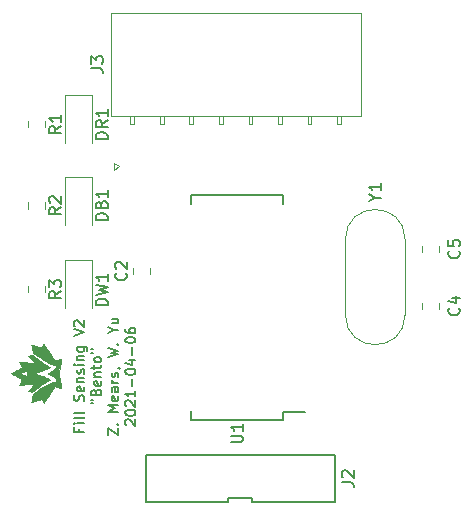
<source format=gto>
G04 #@! TF.GenerationSoftware,KiCad,Pcbnew,(5.1.9)-1*
G04 #@! TF.CreationDate,2021-04-06T12:10:59-06:00*
G04 #@! TF.ProjectId,fill_sensing,66696c6c-5f73-4656-9e73-696e672e6b69,rev?*
G04 #@! TF.SameCoordinates,Original*
G04 #@! TF.FileFunction,Legend,Top*
G04 #@! TF.FilePolarity,Positive*
%FSLAX46Y46*%
G04 Gerber Fmt 4.6, Leading zero omitted, Abs format (unit mm)*
G04 Created by KiCad (PCBNEW (5.1.9)-1) date 2021-04-06 12:10:59*
%MOMM*%
%LPD*%
G01*
G04 APERTURE LIST*
%ADD10C,0.177800*%
%ADD11C,0.120000*%
%ADD12C,0.150000*%
%ADD13C,0.010000*%
G04 APERTURE END LIST*
D10*
X107234085Y-100423904D02*
X107234085Y-100707238D01*
X107679323Y-100707238D02*
X106829323Y-100707238D01*
X106829323Y-100302476D01*
X107679323Y-99978666D02*
X107112657Y-99978666D01*
X106829323Y-99978666D02*
X106869800Y-100019142D01*
X106910276Y-99978666D01*
X106869800Y-99938190D01*
X106829323Y-99978666D01*
X106910276Y-99978666D01*
X107679323Y-99452476D02*
X107638847Y-99533428D01*
X107557895Y-99573904D01*
X106829323Y-99573904D01*
X107679323Y-99007238D02*
X107638847Y-99088190D01*
X107557895Y-99128666D01*
X106829323Y-99128666D01*
X107638847Y-98076285D02*
X107679323Y-97954857D01*
X107679323Y-97752476D01*
X107638847Y-97671523D01*
X107598371Y-97631047D01*
X107517419Y-97590571D01*
X107436466Y-97590571D01*
X107355514Y-97631047D01*
X107315038Y-97671523D01*
X107274561Y-97752476D01*
X107234085Y-97914380D01*
X107193609Y-97995333D01*
X107153133Y-98035809D01*
X107072180Y-98076285D01*
X106991228Y-98076285D01*
X106910276Y-98035809D01*
X106869800Y-97995333D01*
X106829323Y-97914380D01*
X106829323Y-97712000D01*
X106869800Y-97590571D01*
X107638847Y-96902476D02*
X107679323Y-96983428D01*
X107679323Y-97145333D01*
X107638847Y-97226285D01*
X107557895Y-97266761D01*
X107234085Y-97266761D01*
X107153133Y-97226285D01*
X107112657Y-97145333D01*
X107112657Y-96983428D01*
X107153133Y-96902476D01*
X107234085Y-96862000D01*
X107315038Y-96862000D01*
X107395990Y-97266761D01*
X107112657Y-96497714D02*
X107679323Y-96497714D01*
X107193609Y-96497714D02*
X107153133Y-96457238D01*
X107112657Y-96376285D01*
X107112657Y-96254857D01*
X107153133Y-96173904D01*
X107234085Y-96133428D01*
X107679323Y-96133428D01*
X107638847Y-95769142D02*
X107679323Y-95688190D01*
X107679323Y-95526285D01*
X107638847Y-95445333D01*
X107557895Y-95404857D01*
X107517419Y-95404857D01*
X107436466Y-95445333D01*
X107395990Y-95526285D01*
X107395990Y-95647714D01*
X107355514Y-95728666D01*
X107274561Y-95769142D01*
X107234085Y-95769142D01*
X107153133Y-95728666D01*
X107112657Y-95647714D01*
X107112657Y-95526285D01*
X107153133Y-95445333D01*
X107679323Y-95040571D02*
X107112657Y-95040571D01*
X106829323Y-95040571D02*
X106869800Y-95081047D01*
X106910276Y-95040571D01*
X106869800Y-95000095D01*
X106829323Y-95040571D01*
X106910276Y-95040571D01*
X107112657Y-94635809D02*
X107679323Y-94635809D01*
X107193609Y-94635809D02*
X107153133Y-94595333D01*
X107112657Y-94514380D01*
X107112657Y-94392952D01*
X107153133Y-94312000D01*
X107234085Y-94271523D01*
X107679323Y-94271523D01*
X107112657Y-93502476D02*
X107800752Y-93502476D01*
X107881704Y-93542952D01*
X107922180Y-93583428D01*
X107962657Y-93664380D01*
X107962657Y-93785809D01*
X107922180Y-93866761D01*
X107638847Y-93502476D02*
X107679323Y-93583428D01*
X107679323Y-93745333D01*
X107638847Y-93826285D01*
X107598371Y-93866761D01*
X107517419Y-93907238D01*
X107274561Y-93907238D01*
X107193609Y-93866761D01*
X107153133Y-93826285D01*
X107112657Y-93745333D01*
X107112657Y-93583428D01*
X107153133Y-93502476D01*
X106829323Y-92571523D02*
X107679323Y-92288190D01*
X106829323Y-92004857D01*
X106910276Y-91762000D02*
X106869800Y-91721523D01*
X106829323Y-91640571D01*
X106829323Y-91438190D01*
X106869800Y-91357238D01*
X106910276Y-91316761D01*
X106991228Y-91276285D01*
X107072180Y-91276285D01*
X107193609Y-91316761D01*
X107679323Y-91802476D01*
X107679323Y-91276285D01*
X108282123Y-98298904D02*
X108444028Y-98298904D01*
X108282123Y-97975095D02*
X108444028Y-97975095D01*
X108686885Y-97327476D02*
X108727361Y-97206047D01*
X108767838Y-97165571D01*
X108848790Y-97125095D01*
X108970219Y-97125095D01*
X109051171Y-97165571D01*
X109091647Y-97206047D01*
X109132123Y-97287000D01*
X109132123Y-97610809D01*
X108282123Y-97610809D01*
X108282123Y-97327476D01*
X108322600Y-97246523D01*
X108363076Y-97206047D01*
X108444028Y-97165571D01*
X108524980Y-97165571D01*
X108605933Y-97206047D01*
X108646409Y-97246523D01*
X108686885Y-97327476D01*
X108686885Y-97610809D01*
X109091647Y-96437000D02*
X109132123Y-96517952D01*
X109132123Y-96679857D01*
X109091647Y-96760809D01*
X109010695Y-96801285D01*
X108686885Y-96801285D01*
X108605933Y-96760809D01*
X108565457Y-96679857D01*
X108565457Y-96517952D01*
X108605933Y-96437000D01*
X108686885Y-96396523D01*
X108767838Y-96396523D01*
X108848790Y-96801285D01*
X108565457Y-96032238D02*
X109132123Y-96032238D01*
X108646409Y-96032238D02*
X108605933Y-95991761D01*
X108565457Y-95910809D01*
X108565457Y-95789380D01*
X108605933Y-95708428D01*
X108686885Y-95667952D01*
X109132123Y-95667952D01*
X108565457Y-95384619D02*
X108565457Y-95060809D01*
X108282123Y-95263190D02*
X109010695Y-95263190D01*
X109091647Y-95222714D01*
X109132123Y-95141761D01*
X109132123Y-95060809D01*
X109132123Y-94656047D02*
X109091647Y-94737000D01*
X109051171Y-94777476D01*
X108970219Y-94817952D01*
X108727361Y-94817952D01*
X108646409Y-94777476D01*
X108605933Y-94737000D01*
X108565457Y-94656047D01*
X108565457Y-94534619D01*
X108605933Y-94453666D01*
X108646409Y-94413190D01*
X108727361Y-94372714D01*
X108970219Y-94372714D01*
X109051171Y-94413190D01*
X109091647Y-94453666D01*
X109132123Y-94534619D01*
X109132123Y-94656047D01*
X108282123Y-94048904D02*
X108444028Y-94048904D01*
X108282123Y-93725095D02*
X108444028Y-93725095D01*
X109734923Y-100950095D02*
X109734923Y-100383428D01*
X110584923Y-100950095D01*
X110584923Y-100383428D01*
X110503971Y-100059619D02*
X110544447Y-100019142D01*
X110584923Y-100059619D01*
X110544447Y-100100095D01*
X110503971Y-100059619D01*
X110584923Y-100059619D01*
X110584923Y-99007238D02*
X109734923Y-99007238D01*
X110342066Y-98723904D01*
X109734923Y-98440571D01*
X110584923Y-98440571D01*
X110544447Y-97712000D02*
X110584923Y-97792952D01*
X110584923Y-97954857D01*
X110544447Y-98035809D01*
X110463495Y-98076285D01*
X110139685Y-98076285D01*
X110058733Y-98035809D01*
X110018257Y-97954857D01*
X110018257Y-97792952D01*
X110058733Y-97712000D01*
X110139685Y-97671523D01*
X110220638Y-97671523D01*
X110301590Y-98076285D01*
X110584923Y-96942952D02*
X110139685Y-96942952D01*
X110058733Y-96983428D01*
X110018257Y-97064380D01*
X110018257Y-97226285D01*
X110058733Y-97307238D01*
X110544447Y-96942952D02*
X110584923Y-97023904D01*
X110584923Y-97226285D01*
X110544447Y-97307238D01*
X110463495Y-97347714D01*
X110382542Y-97347714D01*
X110301590Y-97307238D01*
X110261114Y-97226285D01*
X110261114Y-97023904D01*
X110220638Y-96942952D01*
X110584923Y-96538190D02*
X110018257Y-96538190D01*
X110180161Y-96538190D02*
X110099209Y-96497714D01*
X110058733Y-96457238D01*
X110018257Y-96376285D01*
X110018257Y-96295333D01*
X110544447Y-96052476D02*
X110584923Y-95971523D01*
X110584923Y-95809619D01*
X110544447Y-95728666D01*
X110463495Y-95688190D01*
X110423019Y-95688190D01*
X110342066Y-95728666D01*
X110301590Y-95809619D01*
X110301590Y-95931047D01*
X110261114Y-96012000D01*
X110180161Y-96052476D01*
X110139685Y-96052476D01*
X110058733Y-96012000D01*
X110018257Y-95931047D01*
X110018257Y-95809619D01*
X110058733Y-95728666D01*
X110544447Y-95283428D02*
X110584923Y-95283428D01*
X110665876Y-95323904D01*
X110706352Y-95364380D01*
X109734923Y-94352476D02*
X110584923Y-94150095D01*
X109977780Y-93988190D01*
X110584923Y-93826285D01*
X109734923Y-93623904D01*
X110503971Y-93300095D02*
X110544447Y-93259619D01*
X110584923Y-93300095D01*
X110544447Y-93340571D01*
X110503971Y-93300095D01*
X110584923Y-93300095D01*
X110180161Y-92085809D02*
X110584923Y-92085809D01*
X109734923Y-92369142D02*
X110180161Y-92085809D01*
X109734923Y-91802476D01*
X110018257Y-91154857D02*
X110584923Y-91154857D01*
X110018257Y-91519142D02*
X110463495Y-91519142D01*
X110544447Y-91478666D01*
X110584923Y-91397714D01*
X110584923Y-91276285D01*
X110544447Y-91195333D01*
X110503971Y-91154857D01*
X111268676Y-100140571D02*
X111228200Y-100100095D01*
X111187723Y-100019142D01*
X111187723Y-99816761D01*
X111228200Y-99735809D01*
X111268676Y-99695333D01*
X111349628Y-99654857D01*
X111430580Y-99654857D01*
X111552009Y-99695333D01*
X112037723Y-100181047D01*
X112037723Y-99654857D01*
X111187723Y-99128666D02*
X111187723Y-99047714D01*
X111228200Y-98966761D01*
X111268676Y-98926285D01*
X111349628Y-98885809D01*
X111511533Y-98845333D01*
X111713914Y-98845333D01*
X111875819Y-98885809D01*
X111956771Y-98926285D01*
X111997247Y-98966761D01*
X112037723Y-99047714D01*
X112037723Y-99128666D01*
X111997247Y-99209619D01*
X111956771Y-99250095D01*
X111875819Y-99290571D01*
X111713914Y-99331047D01*
X111511533Y-99331047D01*
X111349628Y-99290571D01*
X111268676Y-99250095D01*
X111228200Y-99209619D01*
X111187723Y-99128666D01*
X111268676Y-98521523D02*
X111228200Y-98481047D01*
X111187723Y-98400095D01*
X111187723Y-98197714D01*
X111228200Y-98116761D01*
X111268676Y-98076285D01*
X111349628Y-98035809D01*
X111430580Y-98035809D01*
X111552009Y-98076285D01*
X112037723Y-98562000D01*
X112037723Y-98035809D01*
X112037723Y-97226285D02*
X112037723Y-97712000D01*
X112037723Y-97469142D02*
X111187723Y-97469142D01*
X111309152Y-97550095D01*
X111390104Y-97631047D01*
X111430580Y-97712000D01*
X111713914Y-96862000D02*
X111713914Y-96214380D01*
X111187723Y-95647714D02*
X111187723Y-95566761D01*
X111228200Y-95485809D01*
X111268676Y-95445333D01*
X111349628Y-95404857D01*
X111511533Y-95364380D01*
X111713914Y-95364380D01*
X111875819Y-95404857D01*
X111956771Y-95445333D01*
X111997247Y-95485809D01*
X112037723Y-95566761D01*
X112037723Y-95647714D01*
X111997247Y-95728666D01*
X111956771Y-95769142D01*
X111875819Y-95809619D01*
X111713914Y-95850095D01*
X111511533Y-95850095D01*
X111349628Y-95809619D01*
X111268676Y-95769142D01*
X111228200Y-95728666D01*
X111187723Y-95647714D01*
X111471057Y-94635809D02*
X112037723Y-94635809D01*
X111147247Y-94838190D02*
X111754390Y-95040571D01*
X111754390Y-94514380D01*
X111713914Y-94190571D02*
X111713914Y-93542952D01*
X111187723Y-92976285D02*
X111187723Y-92895333D01*
X111228200Y-92814380D01*
X111268676Y-92773904D01*
X111349628Y-92733428D01*
X111511533Y-92692952D01*
X111713914Y-92692952D01*
X111875819Y-92733428D01*
X111956771Y-92773904D01*
X111997247Y-92814380D01*
X112037723Y-92895333D01*
X112037723Y-92976285D01*
X111997247Y-93057238D01*
X111956771Y-93097714D01*
X111875819Y-93138190D01*
X111713914Y-93178666D01*
X111511533Y-93178666D01*
X111349628Y-93138190D01*
X111268676Y-93097714D01*
X111228200Y-93057238D01*
X111187723Y-92976285D01*
X111187723Y-91964380D02*
X111187723Y-92126285D01*
X111228200Y-92207238D01*
X111268676Y-92247714D01*
X111390104Y-92328666D01*
X111552009Y-92369142D01*
X111875819Y-92369142D01*
X111956771Y-92328666D01*
X111997247Y-92288190D01*
X112037723Y-92207238D01*
X112037723Y-92045333D01*
X111997247Y-91964380D01*
X111956771Y-91923904D01*
X111875819Y-91883428D01*
X111673438Y-91883428D01*
X111592485Y-91923904D01*
X111552009Y-91964380D01*
X111511533Y-92045333D01*
X111511533Y-92207238D01*
X111552009Y-92288190D01*
X111592485Y-92328666D01*
X111673438Y-92369142D01*
D11*
X110225736Y-78532000D02*
X110650000Y-78232000D01*
X110225736Y-77932000D02*
X110225736Y-78532000D01*
X110650000Y-78232000D02*
X110225736Y-77932000D01*
X129410000Y-74622000D02*
X129410000Y-73922000D01*
X129110000Y-74622000D02*
X129410000Y-74622000D01*
X129110000Y-73922000D02*
X129110000Y-74622000D01*
X129410000Y-73922000D02*
X129110000Y-73922000D01*
X126910000Y-74622000D02*
X126910000Y-73922000D01*
X126610000Y-74622000D02*
X126910000Y-74622000D01*
X126610000Y-73922000D02*
X126610000Y-74622000D01*
X126910000Y-73922000D02*
X126610000Y-73922000D01*
X124410000Y-74622000D02*
X124410000Y-73922000D01*
X124110000Y-74622000D02*
X124410000Y-74622000D01*
X124110000Y-73922000D02*
X124110000Y-74622000D01*
X124410000Y-73922000D02*
X124110000Y-73922000D01*
X121910000Y-74622000D02*
X121910000Y-73922000D01*
X121610000Y-74622000D02*
X121910000Y-74622000D01*
X121610000Y-73922000D02*
X121610000Y-74622000D01*
X121910000Y-73922000D02*
X121610000Y-73922000D01*
X119410000Y-74622000D02*
X119410000Y-73922000D01*
X119110000Y-74622000D02*
X119410000Y-74622000D01*
X119110000Y-73922000D02*
X119110000Y-74622000D01*
X119410000Y-73922000D02*
X119110000Y-73922000D01*
X116910000Y-74622000D02*
X116910000Y-73922000D01*
X116610000Y-74622000D02*
X116910000Y-74622000D01*
X116610000Y-73922000D02*
X116610000Y-74622000D01*
X116910000Y-73922000D02*
X116610000Y-73922000D01*
X114410000Y-74622000D02*
X114410000Y-73922000D01*
X114110000Y-74622000D02*
X114410000Y-74622000D01*
X114110000Y-73922000D02*
X114110000Y-74622000D01*
X114410000Y-73922000D02*
X114110000Y-73922000D01*
X111910000Y-74622000D02*
X111910000Y-73922000D01*
X111610000Y-74622000D02*
X111910000Y-74622000D01*
X111610000Y-73922000D02*
X111610000Y-74622000D01*
X111910000Y-73922000D02*
X111610000Y-73922000D01*
X109930000Y-65242000D02*
X109930000Y-73922000D01*
X131090000Y-65242000D02*
X109930000Y-65242000D01*
X131090000Y-73922000D02*
X131090000Y-65242000D01*
X109930000Y-73922000D02*
X131090000Y-73922000D01*
D12*
X124525000Y-99045000D02*
X126350000Y-99045000D01*
X124525000Y-80645000D02*
X116775000Y-80645000D01*
X124525000Y-99695000D02*
X116775000Y-99695000D01*
X124525000Y-80645000D02*
X124525000Y-81390000D01*
X116775000Y-80645000D02*
X116775000Y-81390000D01*
X116775000Y-99695000D02*
X116775000Y-98950000D01*
X124525000Y-99695000D02*
X124525000Y-99045000D01*
D11*
X113232000Y-87374252D02*
X113232000Y-86851748D01*
X111812000Y-87374252D02*
X111812000Y-86851748D01*
X108323000Y-83170500D02*
X108323000Y-79110500D01*
X108323000Y-79110500D02*
X106053000Y-79110500D01*
X106053000Y-79110500D02*
X106053000Y-83170500D01*
X106053000Y-72216000D02*
X106053000Y-76276000D01*
X108323000Y-72216000D02*
X106053000Y-72216000D01*
X108323000Y-76276000D02*
X108323000Y-72216000D01*
X106053000Y-86186000D02*
X106053000Y-90246000D01*
X108323000Y-86186000D02*
X106053000Y-86186000D01*
X108323000Y-90246000D02*
X108323000Y-86186000D01*
X104342000Y-74405748D02*
X104342000Y-74928252D01*
X102922000Y-74405748D02*
X102922000Y-74928252D01*
X102922000Y-81281748D02*
X102922000Y-81804252D01*
X104342000Y-81281748D02*
X104342000Y-81804252D01*
X104342000Y-88375748D02*
X104342000Y-88898252D01*
X102922000Y-88375748D02*
X102922000Y-88898252D01*
D12*
X112904000Y-102632000D02*
X112904000Y-106632000D01*
X128904000Y-102632000D02*
X112904000Y-102632000D01*
X128904000Y-106632000D02*
X128904000Y-102632000D01*
X121904000Y-106632000D02*
X128904000Y-106632000D01*
X121904000Y-106332000D02*
X121904000Y-106632000D01*
X119904000Y-106332000D02*
X121904000Y-106332000D01*
X119904000Y-106632000D02*
X119904000Y-106332000D01*
X112904000Y-106632000D02*
X119904000Y-106632000D01*
D11*
X137743000Y-89790748D02*
X137743000Y-90313252D01*
X136323000Y-89790748D02*
X136323000Y-90313252D01*
X137743000Y-85469252D02*
X137743000Y-84946748D01*
X136323000Y-85469252D02*
X136323000Y-84946748D01*
X134859000Y-90803000D02*
X134859000Y-84403000D01*
X129809000Y-90803000D02*
X129809000Y-84403000D01*
X134859000Y-90803000D02*
G75*
G02*
X129809000Y-90803000I-2525000J0D01*
G01*
X134859000Y-84403000D02*
G75*
G03*
X129809000Y-84403000I-2525000J0D01*
G01*
D13*
G36*
X103225970Y-98157303D02*
G01*
X103229400Y-98137967D01*
X103235030Y-98107648D01*
X103242605Y-98067681D01*
X103251871Y-98019401D01*
X103262572Y-97964141D01*
X103274455Y-97903238D01*
X103287263Y-97838024D01*
X103287484Y-97836906D01*
X103303474Y-97756323D01*
X103317182Y-97688525D01*
X103328815Y-97632604D01*
X103338580Y-97587652D01*
X103346683Y-97552761D01*
X103353330Y-97527022D01*
X103358729Y-97509526D01*
X103363085Y-97499367D01*
X103364804Y-97496898D01*
X103378227Y-97484426D01*
X103401656Y-97465274D01*
X103433566Y-97440553D01*
X103472433Y-97411376D01*
X103516732Y-97378856D01*
X103564937Y-97344104D01*
X103615524Y-97308233D01*
X103666969Y-97272356D01*
X103717745Y-97237585D01*
X103750234Y-97215727D01*
X103909334Y-97112458D01*
X104073776Y-97011281D01*
X104241429Y-96913346D01*
X104410163Y-96819801D01*
X104577847Y-96731798D01*
X104742352Y-96650487D01*
X104901546Y-96577016D01*
X105051617Y-96513218D01*
X105092630Y-96497134D01*
X105139438Y-96479650D01*
X105189618Y-96461589D01*
X105240749Y-96443770D01*
X105290409Y-96427013D01*
X105336176Y-96412140D01*
X105375629Y-96399970D01*
X105406346Y-96391324D01*
X105422372Y-96387611D01*
X105439015Y-96383353D01*
X105447845Y-96378880D01*
X105448274Y-96377923D01*
X105443234Y-96371246D01*
X105429142Y-96356928D01*
X105407541Y-96336354D01*
X105379973Y-96310912D01*
X105347981Y-96281984D01*
X105313108Y-96250958D01*
X105276897Y-96219218D01*
X105240889Y-96188149D01*
X105206628Y-96159136D01*
X105181040Y-96137951D01*
X105099140Y-96073069D01*
X105018123Y-96013320D01*
X104934812Y-95956583D01*
X104846035Y-95900732D01*
X104748615Y-95843646D01*
X104701471Y-95817188D01*
X104666757Y-95797487D01*
X104637166Y-95779834D01*
X104614505Y-95765380D01*
X104600579Y-95755272D01*
X104597088Y-95750741D01*
X104605146Y-95745474D01*
X104622848Y-95735157D01*
X104647556Y-95721295D01*
X104675836Y-95705822D01*
X104811716Y-95628911D01*
X104936810Y-95550753D01*
X105054225Y-95469290D01*
X105167070Y-95382463D01*
X105180357Y-95371663D01*
X105212211Y-95345219D01*
X105247040Y-95315616D01*
X105283306Y-95284233D01*
X105319468Y-95252455D01*
X105353989Y-95221661D01*
X105385329Y-95193234D01*
X105411948Y-95168555D01*
X105432309Y-95149008D01*
X105444872Y-95135972D01*
X105448274Y-95131117D01*
X105442181Y-95126871D01*
X105427069Y-95122390D01*
X105422372Y-95121429D01*
X105399926Y-95116014D01*
X105366900Y-95106451D01*
X105325717Y-95093560D01*
X105278799Y-95078162D01*
X105228567Y-95061076D01*
X105177443Y-95043124D01*
X105127849Y-95025127D01*
X105082206Y-95007903D01*
X105051617Y-94995822D01*
X104902701Y-94932508D01*
X104746261Y-94860341D01*
X104584442Y-94780482D01*
X104419390Y-94694088D01*
X104253251Y-94602317D01*
X104088171Y-94506328D01*
X103926296Y-94407278D01*
X103769772Y-94306325D01*
X103751251Y-94294005D01*
X103701822Y-94260622D01*
X103650694Y-94225389D01*
X103599389Y-94189415D01*
X103549430Y-94153812D01*
X103502339Y-94119688D01*
X103459639Y-94088155D01*
X103422854Y-94060322D01*
X103393504Y-94037300D01*
X103373114Y-94020198D01*
X103365079Y-94012447D01*
X103361111Y-94005094D01*
X103356066Y-93990209D01*
X103349752Y-93966943D01*
X103341977Y-93934448D01*
X103332547Y-93891876D01*
X103321271Y-93838376D01*
X103307955Y-93773102D01*
X103292407Y-93695205D01*
X103287908Y-93672439D01*
X103275064Y-93607134D01*
X103263137Y-93546116D01*
X103252382Y-93490719D01*
X103243055Y-93442276D01*
X103235412Y-93402122D01*
X103229708Y-93371591D01*
X103226198Y-93352015D01*
X103225137Y-93344729D01*
X103225143Y-93344718D01*
X103231843Y-93346129D01*
X103250646Y-93350643D01*
X103280171Y-93357908D01*
X103319039Y-93367576D01*
X103365869Y-93379296D01*
X103419282Y-93392718D01*
X103477897Y-93407491D01*
X103540334Y-93423267D01*
X103605214Y-93439693D01*
X103671155Y-93456421D01*
X103736779Y-93473101D01*
X103800704Y-93489381D01*
X103861551Y-93504913D01*
X103917940Y-93519345D01*
X103968491Y-93532328D01*
X104011823Y-93543512D01*
X104046557Y-93552546D01*
X104071312Y-93559080D01*
X104084708Y-93562765D01*
X104085241Y-93562924D01*
X104090541Y-93561235D01*
X104098598Y-93552932D01*
X104110116Y-93536941D01*
X104125804Y-93512185D01*
X104146366Y-93477587D01*
X104172511Y-93432071D01*
X104181317Y-93416535D01*
X104204840Y-93375305D01*
X104226285Y-93338416D01*
X104244666Y-93307506D01*
X104258997Y-93284214D01*
X104268294Y-93270179D01*
X104271400Y-93266712D01*
X104275811Y-93272425D01*
X104287347Y-93289091D01*
X104305538Y-93315997D01*
X104329913Y-93352433D01*
X104360004Y-93397688D01*
X104395340Y-93451050D01*
X104435452Y-93511808D01*
X104479870Y-93579251D01*
X104528125Y-93652668D01*
X104579746Y-93731347D01*
X104634264Y-93814577D01*
X104691210Y-93901648D01*
X104735515Y-93969481D01*
X104794002Y-94058991D01*
X104850441Y-94145200D01*
X104904360Y-94227395D01*
X104955288Y-94304864D01*
X105002752Y-94376897D01*
X105046282Y-94442782D01*
X105085407Y-94501806D01*
X105119654Y-94553259D01*
X105148551Y-94596428D01*
X105171629Y-94630602D01*
X105188414Y-94655070D01*
X105198436Y-94669119D01*
X105201233Y-94672391D01*
X105209185Y-94670383D01*
X105228948Y-94664595D01*
X105259073Y-94655473D01*
X105298109Y-94643463D01*
X105344609Y-94629013D01*
X105397123Y-94612570D01*
X105454200Y-94594579D01*
X105474667Y-94588101D01*
X105532842Y-94569813D01*
X105586858Y-94553109D01*
X105635284Y-94538412D01*
X105676691Y-94526142D01*
X105709649Y-94516721D01*
X105732726Y-94510572D01*
X105744494Y-94508115D01*
X105745681Y-94508210D01*
X105745537Y-94515634D01*
X105743817Y-94535889D01*
X105740631Y-94567988D01*
X105736090Y-94610948D01*
X105730305Y-94663783D01*
X105723385Y-94725509D01*
X105715441Y-94795139D01*
X105706584Y-94871691D01*
X105696924Y-94954177D01*
X105686571Y-95041614D01*
X105675637Y-95133017D01*
X105675562Y-95133635D01*
X105600904Y-95754520D01*
X105674206Y-96362682D01*
X105685127Y-96453479D01*
X105695557Y-96540541D01*
X105705374Y-96622846D01*
X105714460Y-96699372D01*
X105722694Y-96769098D01*
X105729956Y-96831003D01*
X105736126Y-96884065D01*
X105741085Y-96927262D01*
X105744712Y-96959573D01*
X105746888Y-96979976D01*
X105747507Y-96987244D01*
X105745419Y-96999843D01*
X105741732Y-97003644D01*
X105734038Y-97001606D01*
X105714534Y-96995792D01*
X105684669Y-96986652D01*
X105645894Y-96974636D01*
X105599658Y-96960194D01*
X105547412Y-96943777D01*
X105490605Y-96925833D01*
X105472631Y-96920137D01*
X105414644Y-96901807D01*
X105360704Y-96884871D01*
X105312273Y-96869779D01*
X105270814Y-96856982D01*
X105237788Y-96846930D01*
X105214658Y-96840074D01*
X105202887Y-96836865D01*
X105201790Y-96836680D01*
X105197101Y-96842401D01*
X105185295Y-96859077D01*
X105166844Y-96885996D01*
X105142220Y-96922447D01*
X105111894Y-96967717D01*
X105076340Y-97021097D01*
X105036028Y-97081873D01*
X104991433Y-97149335D01*
X104943025Y-97222771D01*
X104891276Y-97301470D01*
X104836660Y-97384719D01*
X104779648Y-97471808D01*
X104735395Y-97539529D01*
X104676918Y-97629025D01*
X104620516Y-97715219D01*
X104566658Y-97797398D01*
X104515814Y-97874852D01*
X104468454Y-97946870D01*
X104425047Y-98012741D01*
X104386064Y-98071754D01*
X104351972Y-98123197D01*
X104323244Y-98166359D01*
X104300346Y-98200529D01*
X104283751Y-98224997D01*
X104273926Y-98239050D01*
X104271280Y-98242328D01*
X104266556Y-98236524D01*
X104256037Y-98220203D01*
X104240707Y-98195005D01*
X104221550Y-98162568D01*
X104199549Y-98124532D01*
X104181317Y-98092506D01*
X104153406Y-98043592D01*
X104131284Y-98005911D01*
X104114243Y-97978387D01*
X104101578Y-97959943D01*
X104092582Y-97949503D01*
X104086548Y-97945990D01*
X104085241Y-97946116D01*
X104072724Y-97949584D01*
X104048746Y-97955926D01*
X104014687Y-97964793D01*
X103971928Y-97975835D01*
X103921849Y-97988701D01*
X103865829Y-98003041D01*
X103805250Y-98018505D01*
X103741492Y-98034744D01*
X103675934Y-98051407D01*
X103609957Y-98068143D01*
X103544941Y-98084604D01*
X103482267Y-98100438D01*
X103423314Y-98115295D01*
X103369463Y-98128827D01*
X103322094Y-98140681D01*
X103282588Y-98150509D01*
X103252324Y-98157960D01*
X103232682Y-98162685D01*
X103225044Y-98164332D01*
X103224994Y-98164323D01*
X103225970Y-98157303D01*
G37*
X103225970Y-98157303D02*
X103229400Y-98137967D01*
X103235030Y-98107648D01*
X103242605Y-98067681D01*
X103251871Y-98019401D01*
X103262572Y-97964141D01*
X103274455Y-97903238D01*
X103287263Y-97838024D01*
X103287484Y-97836906D01*
X103303474Y-97756323D01*
X103317182Y-97688525D01*
X103328815Y-97632604D01*
X103338580Y-97587652D01*
X103346683Y-97552761D01*
X103353330Y-97527022D01*
X103358729Y-97509526D01*
X103363085Y-97499367D01*
X103364804Y-97496898D01*
X103378227Y-97484426D01*
X103401656Y-97465274D01*
X103433566Y-97440553D01*
X103472433Y-97411376D01*
X103516732Y-97378856D01*
X103564937Y-97344104D01*
X103615524Y-97308233D01*
X103666969Y-97272356D01*
X103717745Y-97237585D01*
X103750234Y-97215727D01*
X103909334Y-97112458D01*
X104073776Y-97011281D01*
X104241429Y-96913346D01*
X104410163Y-96819801D01*
X104577847Y-96731798D01*
X104742352Y-96650487D01*
X104901546Y-96577016D01*
X105051617Y-96513218D01*
X105092630Y-96497134D01*
X105139438Y-96479650D01*
X105189618Y-96461589D01*
X105240749Y-96443770D01*
X105290409Y-96427013D01*
X105336176Y-96412140D01*
X105375629Y-96399970D01*
X105406346Y-96391324D01*
X105422372Y-96387611D01*
X105439015Y-96383353D01*
X105447845Y-96378880D01*
X105448274Y-96377923D01*
X105443234Y-96371246D01*
X105429142Y-96356928D01*
X105407541Y-96336354D01*
X105379973Y-96310912D01*
X105347981Y-96281984D01*
X105313108Y-96250958D01*
X105276897Y-96219218D01*
X105240889Y-96188149D01*
X105206628Y-96159136D01*
X105181040Y-96137951D01*
X105099140Y-96073069D01*
X105018123Y-96013320D01*
X104934812Y-95956583D01*
X104846035Y-95900732D01*
X104748615Y-95843646D01*
X104701471Y-95817188D01*
X104666757Y-95797487D01*
X104637166Y-95779834D01*
X104614505Y-95765380D01*
X104600579Y-95755272D01*
X104597088Y-95750741D01*
X104605146Y-95745474D01*
X104622848Y-95735157D01*
X104647556Y-95721295D01*
X104675836Y-95705822D01*
X104811716Y-95628911D01*
X104936810Y-95550753D01*
X105054225Y-95469290D01*
X105167070Y-95382463D01*
X105180357Y-95371663D01*
X105212211Y-95345219D01*
X105247040Y-95315616D01*
X105283306Y-95284233D01*
X105319468Y-95252455D01*
X105353989Y-95221661D01*
X105385329Y-95193234D01*
X105411948Y-95168555D01*
X105432309Y-95149008D01*
X105444872Y-95135972D01*
X105448274Y-95131117D01*
X105442181Y-95126871D01*
X105427069Y-95122390D01*
X105422372Y-95121429D01*
X105399926Y-95116014D01*
X105366900Y-95106451D01*
X105325717Y-95093560D01*
X105278799Y-95078162D01*
X105228567Y-95061076D01*
X105177443Y-95043124D01*
X105127849Y-95025127D01*
X105082206Y-95007903D01*
X105051617Y-94995822D01*
X104902701Y-94932508D01*
X104746261Y-94860341D01*
X104584442Y-94780482D01*
X104419390Y-94694088D01*
X104253251Y-94602317D01*
X104088171Y-94506328D01*
X103926296Y-94407278D01*
X103769772Y-94306325D01*
X103751251Y-94294005D01*
X103701822Y-94260622D01*
X103650694Y-94225389D01*
X103599389Y-94189415D01*
X103549430Y-94153812D01*
X103502339Y-94119688D01*
X103459639Y-94088155D01*
X103422854Y-94060322D01*
X103393504Y-94037300D01*
X103373114Y-94020198D01*
X103365079Y-94012447D01*
X103361111Y-94005094D01*
X103356066Y-93990209D01*
X103349752Y-93966943D01*
X103341977Y-93934448D01*
X103332547Y-93891876D01*
X103321271Y-93838376D01*
X103307955Y-93773102D01*
X103292407Y-93695205D01*
X103287908Y-93672439D01*
X103275064Y-93607134D01*
X103263137Y-93546116D01*
X103252382Y-93490719D01*
X103243055Y-93442276D01*
X103235412Y-93402122D01*
X103229708Y-93371591D01*
X103226198Y-93352015D01*
X103225137Y-93344729D01*
X103225143Y-93344718D01*
X103231843Y-93346129D01*
X103250646Y-93350643D01*
X103280171Y-93357908D01*
X103319039Y-93367576D01*
X103365869Y-93379296D01*
X103419282Y-93392718D01*
X103477897Y-93407491D01*
X103540334Y-93423267D01*
X103605214Y-93439693D01*
X103671155Y-93456421D01*
X103736779Y-93473101D01*
X103800704Y-93489381D01*
X103861551Y-93504913D01*
X103917940Y-93519345D01*
X103968491Y-93532328D01*
X104011823Y-93543512D01*
X104046557Y-93552546D01*
X104071312Y-93559080D01*
X104084708Y-93562765D01*
X104085241Y-93562924D01*
X104090541Y-93561235D01*
X104098598Y-93552932D01*
X104110116Y-93536941D01*
X104125804Y-93512185D01*
X104146366Y-93477587D01*
X104172511Y-93432071D01*
X104181317Y-93416535D01*
X104204840Y-93375305D01*
X104226285Y-93338416D01*
X104244666Y-93307506D01*
X104258997Y-93284214D01*
X104268294Y-93270179D01*
X104271400Y-93266712D01*
X104275811Y-93272425D01*
X104287347Y-93289091D01*
X104305538Y-93315997D01*
X104329913Y-93352433D01*
X104360004Y-93397688D01*
X104395340Y-93451050D01*
X104435452Y-93511808D01*
X104479870Y-93579251D01*
X104528125Y-93652668D01*
X104579746Y-93731347D01*
X104634264Y-93814577D01*
X104691210Y-93901648D01*
X104735515Y-93969481D01*
X104794002Y-94058991D01*
X104850441Y-94145200D01*
X104904360Y-94227395D01*
X104955288Y-94304864D01*
X105002752Y-94376897D01*
X105046282Y-94442782D01*
X105085407Y-94501806D01*
X105119654Y-94553259D01*
X105148551Y-94596428D01*
X105171629Y-94630602D01*
X105188414Y-94655070D01*
X105198436Y-94669119D01*
X105201233Y-94672391D01*
X105209185Y-94670383D01*
X105228948Y-94664595D01*
X105259073Y-94655473D01*
X105298109Y-94643463D01*
X105344609Y-94629013D01*
X105397123Y-94612570D01*
X105454200Y-94594579D01*
X105474667Y-94588101D01*
X105532842Y-94569813D01*
X105586858Y-94553109D01*
X105635284Y-94538412D01*
X105676691Y-94526142D01*
X105709649Y-94516721D01*
X105732726Y-94510572D01*
X105744494Y-94508115D01*
X105745681Y-94508210D01*
X105745537Y-94515634D01*
X105743817Y-94535889D01*
X105740631Y-94567988D01*
X105736090Y-94610948D01*
X105730305Y-94663783D01*
X105723385Y-94725509D01*
X105715441Y-94795139D01*
X105706584Y-94871691D01*
X105696924Y-94954177D01*
X105686571Y-95041614D01*
X105675637Y-95133017D01*
X105675562Y-95133635D01*
X105600904Y-95754520D01*
X105674206Y-96362682D01*
X105685127Y-96453479D01*
X105695557Y-96540541D01*
X105705374Y-96622846D01*
X105714460Y-96699372D01*
X105722694Y-96769098D01*
X105729956Y-96831003D01*
X105736126Y-96884065D01*
X105741085Y-96927262D01*
X105744712Y-96959573D01*
X105746888Y-96979976D01*
X105747507Y-96987244D01*
X105745419Y-96999843D01*
X105741732Y-97003644D01*
X105734038Y-97001606D01*
X105714534Y-96995792D01*
X105684669Y-96986652D01*
X105645894Y-96974636D01*
X105599658Y-96960194D01*
X105547412Y-96943777D01*
X105490605Y-96925833D01*
X105472631Y-96920137D01*
X105414644Y-96901807D01*
X105360704Y-96884871D01*
X105312273Y-96869779D01*
X105270814Y-96856982D01*
X105237788Y-96846930D01*
X105214658Y-96840074D01*
X105202887Y-96836865D01*
X105201790Y-96836680D01*
X105197101Y-96842401D01*
X105185295Y-96859077D01*
X105166844Y-96885996D01*
X105142220Y-96922447D01*
X105111894Y-96967717D01*
X105076340Y-97021097D01*
X105036028Y-97081873D01*
X104991433Y-97149335D01*
X104943025Y-97222771D01*
X104891276Y-97301470D01*
X104836660Y-97384719D01*
X104779648Y-97471808D01*
X104735395Y-97539529D01*
X104676918Y-97629025D01*
X104620516Y-97715219D01*
X104566658Y-97797398D01*
X104515814Y-97874852D01*
X104468454Y-97946870D01*
X104425047Y-98012741D01*
X104386064Y-98071754D01*
X104351972Y-98123197D01*
X104323244Y-98166359D01*
X104300346Y-98200529D01*
X104283751Y-98224997D01*
X104273926Y-98239050D01*
X104271280Y-98242328D01*
X104266556Y-98236524D01*
X104256037Y-98220203D01*
X104240707Y-98195005D01*
X104221550Y-98162568D01*
X104199549Y-98124532D01*
X104181317Y-98092506D01*
X104153406Y-98043592D01*
X104131284Y-98005911D01*
X104114243Y-97978387D01*
X104101578Y-97959943D01*
X104092582Y-97949503D01*
X104086548Y-97945990D01*
X104085241Y-97946116D01*
X104072724Y-97949584D01*
X104048746Y-97955926D01*
X104014687Y-97964793D01*
X103971928Y-97975835D01*
X103921849Y-97988701D01*
X103865829Y-98003041D01*
X103805250Y-98018505D01*
X103741492Y-98034744D01*
X103675934Y-98051407D01*
X103609957Y-98068143D01*
X103544941Y-98084604D01*
X103482267Y-98100438D01*
X103423314Y-98115295D01*
X103369463Y-98128827D01*
X103322094Y-98140681D01*
X103282588Y-98150509D01*
X103252324Y-98157960D01*
X103232682Y-98162685D01*
X103225044Y-98164332D01*
X103224994Y-98164323D01*
X103225970Y-98157303D01*
G36*
X101529905Y-95750086D02*
G01*
X101547069Y-95739484D01*
X101574494Y-95723267D01*
X101611215Y-95701983D01*
X101656269Y-95676183D01*
X101708690Y-95646417D01*
X101767515Y-95613235D01*
X101831778Y-95577187D01*
X101900517Y-95538824D01*
X101960394Y-95505553D01*
X102032367Y-95465631D01*
X102100895Y-95427602D01*
X102164988Y-95392017D01*
X102223656Y-95359426D01*
X102275908Y-95330381D01*
X102320755Y-95305431D01*
X102357205Y-95285127D01*
X102384270Y-95270020D01*
X102400958Y-95260661D01*
X102406197Y-95257666D01*
X102407601Y-95253443D01*
X102405950Y-95243590D01*
X102400851Y-95227087D01*
X102391909Y-95202910D01*
X102378728Y-95170038D01*
X102360916Y-95127449D01*
X102338076Y-95074120D01*
X102313385Y-95017217D01*
X102290260Y-94963771D01*
X102269198Y-94914367D01*
X102250790Y-94870445D01*
X102235625Y-94833443D01*
X102224293Y-94804801D01*
X102217382Y-94785957D01*
X102215482Y-94778349D01*
X102215517Y-94778300D01*
X102222923Y-94778320D01*
X102243208Y-94779605D01*
X102275399Y-94782070D01*
X102318522Y-94785629D01*
X102371605Y-94790195D01*
X102433673Y-94795682D01*
X102503755Y-94802005D01*
X102580876Y-94809076D01*
X102664064Y-94816810D01*
X102752345Y-94825120D01*
X102844747Y-94833920D01*
X102860113Y-94835394D01*
X102953058Y-94844279D01*
X103042014Y-94852718D01*
X103126010Y-94860621D01*
X103204077Y-94867901D01*
X103275244Y-94874468D01*
X103338541Y-94880236D01*
X103392998Y-94885115D01*
X103437643Y-94889017D01*
X103471507Y-94891854D01*
X103493619Y-94893538D01*
X103503010Y-94893980D01*
X103503269Y-94893927D01*
X103499311Y-94888348D01*
X103486887Y-94873312D01*
X103466803Y-94849743D01*
X103439863Y-94818566D01*
X103406873Y-94780704D01*
X103368636Y-94737082D01*
X103325959Y-94688624D01*
X103279646Y-94636255D01*
X103238540Y-94589939D01*
X103189694Y-94534892D01*
X103143723Y-94482900D01*
X103101445Y-94434900D01*
X103063676Y-94391826D01*
X103031233Y-94354615D01*
X103004931Y-94324203D01*
X102985587Y-94301525D01*
X102974018Y-94287518D01*
X102970905Y-94283147D01*
X102972463Y-94281022D01*
X102977908Y-94277758D01*
X102988398Y-94272901D01*
X103005089Y-94265999D01*
X103029138Y-94256599D01*
X103061702Y-94244249D01*
X103103939Y-94228497D01*
X103157004Y-94208889D01*
X103218583Y-94186247D01*
X103274892Y-94165573D01*
X103343302Y-94224874D01*
X103433806Y-94301384D01*
X103532895Y-94381633D01*
X103638960Y-94464496D01*
X103750391Y-94548847D01*
X103865578Y-94633560D01*
X103982911Y-94717510D01*
X104100779Y-94799571D01*
X104217573Y-94878618D01*
X104331683Y-94953524D01*
X104441499Y-95023164D01*
X104545410Y-95086413D01*
X104641807Y-95142144D01*
X104703437Y-95175808D01*
X104774623Y-95213599D01*
X104741258Y-95236555D01*
X104672895Y-95280316D01*
X104593222Y-95325661D01*
X104504587Y-95371500D01*
X104409337Y-95416743D01*
X104309821Y-95460298D01*
X104208387Y-95501075D01*
X104107383Y-95537984D01*
X104053014Y-95556192D01*
X103945980Y-95589025D01*
X103828397Y-95621889D01*
X103703606Y-95653955D01*
X103574948Y-95684395D01*
X103445766Y-95712381D01*
X103335197Y-95734154D01*
X103229764Y-95753871D01*
X103408266Y-95789696D01*
X103594152Y-95829287D01*
X103767290Y-95870993D01*
X103928738Y-95915190D01*
X104079556Y-95962253D01*
X104220803Y-96012557D01*
X104353539Y-96066478D01*
X104478822Y-96124391D01*
X104597714Y-96186670D01*
X104701689Y-96247731D01*
X104728104Y-96264356D01*
X104749856Y-96278568D01*
X104764356Y-96288643D01*
X104768989Y-96292554D01*
X104764639Y-96297719D01*
X104750340Y-96307334D01*
X104728659Y-96319763D01*
X104714849Y-96327037D01*
X104639484Y-96367485D01*
X104555061Y-96416109D01*
X104462995Y-96471921D01*
X104364702Y-96533934D01*
X104261597Y-96601159D01*
X104155097Y-96672609D01*
X104046616Y-96747296D01*
X103937572Y-96824231D01*
X103829379Y-96902426D01*
X103723454Y-96980894D01*
X103621213Y-97058647D01*
X103524070Y-97134696D01*
X103433442Y-97208053D01*
X103350745Y-97277731D01*
X103343302Y-97284167D01*
X103274892Y-97343467D01*
X103218583Y-97322794D01*
X103154136Y-97299096D01*
X103101618Y-97279684D01*
X103059874Y-97264108D01*
X103027748Y-97251915D01*
X103004082Y-97242653D01*
X102987722Y-97235870D01*
X102977510Y-97231114D01*
X102972291Y-97227933D01*
X102970905Y-97225968D01*
X102975401Y-97219878D01*
X102988345Y-97204336D01*
X103008921Y-97180280D01*
X103036313Y-97148645D01*
X103069706Y-97110366D01*
X103108283Y-97066380D01*
X103151228Y-97017622D01*
X103197726Y-96965029D01*
X103238462Y-96919099D01*
X103287191Y-96864136D01*
X103332962Y-96812313D01*
X103374973Y-96764554D01*
X103412418Y-96721782D01*
X103444492Y-96684922D01*
X103470390Y-96654898D01*
X103489309Y-96632634D01*
X103500444Y-96619055D01*
X103503192Y-96615036D01*
X103496009Y-96615275D01*
X103475944Y-96616770D01*
X103443966Y-96619433D01*
X103401047Y-96623175D01*
X103348155Y-96627907D01*
X103286261Y-96633541D01*
X103216336Y-96639989D01*
X103139350Y-96647162D01*
X103056272Y-96654973D01*
X102968073Y-96663331D01*
X102956759Y-96664411D01*
X102956759Y-96007380D01*
X102957501Y-96004837D01*
X102949970Y-95994612D01*
X102935764Y-95978832D01*
X102933806Y-95976790D01*
X102913313Y-95952172D01*
X102892308Y-95921582D01*
X102876429Y-95893698D01*
X102852844Y-95831588D01*
X102842774Y-95768539D01*
X102846010Y-95705927D01*
X102862343Y-95645128D01*
X102891563Y-95587519D01*
X102930553Y-95537548D01*
X102946419Y-95519738D01*
X102956124Y-95507096D01*
X102958124Y-95501708D01*
X102956987Y-95501819D01*
X102948617Y-95504503D01*
X102928151Y-95510953D01*
X102896781Y-95520796D01*
X102855698Y-95533659D01*
X102806096Y-95549170D01*
X102749164Y-95566956D01*
X102686097Y-95586643D01*
X102618085Y-95607860D01*
X102549891Y-95629120D01*
X102478600Y-95651353D01*
X102411371Y-95672342D01*
X102349361Y-95691727D01*
X102293728Y-95709143D01*
X102245628Y-95724229D01*
X102206219Y-95736620D01*
X102176658Y-95745954D01*
X102158103Y-95751869D01*
X102151712Y-95753996D01*
X102157888Y-95756230D01*
X102176210Y-95762235D01*
X102205536Y-95771648D01*
X102244722Y-95784109D01*
X102292624Y-95799255D01*
X102348100Y-95816726D01*
X102410005Y-95836159D01*
X102477196Y-95857193D01*
X102548370Y-95879417D01*
X102620109Y-95901799D01*
X102688032Y-95923009D01*
X102750951Y-95942676D01*
X102807677Y-95960427D01*
X102857021Y-95975888D01*
X102897795Y-95988689D01*
X102928811Y-95998456D01*
X102948879Y-96004817D01*
X102956759Y-96007380D01*
X102956759Y-96664411D01*
X102875724Y-96672150D01*
X102860113Y-96673647D01*
X102767131Y-96682518D01*
X102678110Y-96690912D01*
X102594023Y-96698743D01*
X102515843Y-96705924D01*
X102444543Y-96712369D01*
X102381098Y-96717992D01*
X102326479Y-96722707D01*
X102281661Y-96726428D01*
X102247617Y-96729069D01*
X102225320Y-96730543D01*
X102215742Y-96730765D01*
X102215454Y-96730677D01*
X102217128Y-96723514D01*
X102223832Y-96705062D01*
X102234974Y-96676764D01*
X102249966Y-96640062D01*
X102268218Y-96596401D01*
X102289139Y-96547225D01*
X102312139Y-96493976D01*
X102312618Y-96492875D01*
X102335770Y-96439614D01*
X102357069Y-96390494D01*
X102375899Y-96346947D01*
X102391642Y-96310404D01*
X102403683Y-96282295D01*
X102411405Y-96264051D01*
X102414191Y-96257105D01*
X102414192Y-96257091D01*
X102408261Y-96253415D01*
X102391103Y-96243540D01*
X102363672Y-96227998D01*
X102326922Y-96207323D01*
X102281806Y-96182048D01*
X102229279Y-96152707D01*
X102170293Y-96119833D01*
X102105804Y-96083960D01*
X102036763Y-96045622D01*
X101969066Y-96008089D01*
X101896606Y-95967851D01*
X101827811Y-95929468D01*
X101763636Y-95893484D01*
X101705036Y-95860442D01*
X101652967Y-95830887D01*
X101608382Y-95805362D01*
X101572238Y-95784413D01*
X101545489Y-95768582D01*
X101529091Y-95758415D01*
X101523967Y-95754520D01*
X101529905Y-95750086D01*
G37*
X101529905Y-95750086D02*
X101547069Y-95739484D01*
X101574494Y-95723267D01*
X101611215Y-95701983D01*
X101656269Y-95676183D01*
X101708690Y-95646417D01*
X101767515Y-95613235D01*
X101831778Y-95577187D01*
X101900517Y-95538824D01*
X101960394Y-95505553D01*
X102032367Y-95465631D01*
X102100895Y-95427602D01*
X102164988Y-95392017D01*
X102223656Y-95359426D01*
X102275908Y-95330381D01*
X102320755Y-95305431D01*
X102357205Y-95285127D01*
X102384270Y-95270020D01*
X102400958Y-95260661D01*
X102406197Y-95257666D01*
X102407601Y-95253443D01*
X102405950Y-95243590D01*
X102400851Y-95227087D01*
X102391909Y-95202910D01*
X102378728Y-95170038D01*
X102360916Y-95127449D01*
X102338076Y-95074120D01*
X102313385Y-95017217D01*
X102290260Y-94963771D01*
X102269198Y-94914367D01*
X102250790Y-94870445D01*
X102235625Y-94833443D01*
X102224293Y-94804801D01*
X102217382Y-94785957D01*
X102215482Y-94778349D01*
X102215517Y-94778300D01*
X102222923Y-94778320D01*
X102243208Y-94779605D01*
X102275399Y-94782070D01*
X102318522Y-94785629D01*
X102371605Y-94790195D01*
X102433673Y-94795682D01*
X102503755Y-94802005D01*
X102580876Y-94809076D01*
X102664064Y-94816810D01*
X102752345Y-94825120D01*
X102844747Y-94833920D01*
X102860113Y-94835394D01*
X102953058Y-94844279D01*
X103042014Y-94852718D01*
X103126010Y-94860621D01*
X103204077Y-94867901D01*
X103275244Y-94874468D01*
X103338541Y-94880236D01*
X103392998Y-94885115D01*
X103437643Y-94889017D01*
X103471507Y-94891854D01*
X103493619Y-94893538D01*
X103503010Y-94893980D01*
X103503269Y-94893927D01*
X103499311Y-94888348D01*
X103486887Y-94873312D01*
X103466803Y-94849743D01*
X103439863Y-94818566D01*
X103406873Y-94780704D01*
X103368636Y-94737082D01*
X103325959Y-94688624D01*
X103279646Y-94636255D01*
X103238540Y-94589939D01*
X103189694Y-94534892D01*
X103143723Y-94482900D01*
X103101445Y-94434900D01*
X103063676Y-94391826D01*
X103031233Y-94354615D01*
X103004931Y-94324203D01*
X102985587Y-94301525D01*
X102974018Y-94287518D01*
X102970905Y-94283147D01*
X102972463Y-94281022D01*
X102977908Y-94277758D01*
X102988398Y-94272901D01*
X103005089Y-94265999D01*
X103029138Y-94256599D01*
X103061702Y-94244249D01*
X103103939Y-94228497D01*
X103157004Y-94208889D01*
X103218583Y-94186247D01*
X103274892Y-94165573D01*
X103343302Y-94224874D01*
X103433806Y-94301384D01*
X103532895Y-94381633D01*
X103638960Y-94464496D01*
X103750391Y-94548847D01*
X103865578Y-94633560D01*
X103982911Y-94717510D01*
X104100779Y-94799571D01*
X104217573Y-94878618D01*
X104331683Y-94953524D01*
X104441499Y-95023164D01*
X104545410Y-95086413D01*
X104641807Y-95142144D01*
X104703437Y-95175808D01*
X104774623Y-95213599D01*
X104741258Y-95236555D01*
X104672895Y-95280316D01*
X104593222Y-95325661D01*
X104504587Y-95371500D01*
X104409337Y-95416743D01*
X104309821Y-95460298D01*
X104208387Y-95501075D01*
X104107383Y-95537984D01*
X104053014Y-95556192D01*
X103945980Y-95589025D01*
X103828397Y-95621889D01*
X103703606Y-95653955D01*
X103574948Y-95684395D01*
X103445766Y-95712381D01*
X103335197Y-95734154D01*
X103229764Y-95753871D01*
X103408266Y-95789696D01*
X103594152Y-95829287D01*
X103767290Y-95870993D01*
X103928738Y-95915190D01*
X104079556Y-95962253D01*
X104220803Y-96012557D01*
X104353539Y-96066478D01*
X104478822Y-96124391D01*
X104597714Y-96186670D01*
X104701689Y-96247731D01*
X104728104Y-96264356D01*
X104749856Y-96278568D01*
X104764356Y-96288643D01*
X104768989Y-96292554D01*
X104764639Y-96297719D01*
X104750340Y-96307334D01*
X104728659Y-96319763D01*
X104714849Y-96327037D01*
X104639484Y-96367485D01*
X104555061Y-96416109D01*
X104462995Y-96471921D01*
X104364702Y-96533934D01*
X104261597Y-96601159D01*
X104155097Y-96672609D01*
X104046616Y-96747296D01*
X103937572Y-96824231D01*
X103829379Y-96902426D01*
X103723454Y-96980894D01*
X103621213Y-97058647D01*
X103524070Y-97134696D01*
X103433442Y-97208053D01*
X103350745Y-97277731D01*
X103343302Y-97284167D01*
X103274892Y-97343467D01*
X103218583Y-97322794D01*
X103154136Y-97299096D01*
X103101618Y-97279684D01*
X103059874Y-97264108D01*
X103027748Y-97251915D01*
X103004082Y-97242653D01*
X102987722Y-97235870D01*
X102977510Y-97231114D01*
X102972291Y-97227933D01*
X102970905Y-97225968D01*
X102975401Y-97219878D01*
X102988345Y-97204336D01*
X103008921Y-97180280D01*
X103036313Y-97148645D01*
X103069706Y-97110366D01*
X103108283Y-97066380D01*
X103151228Y-97017622D01*
X103197726Y-96965029D01*
X103238462Y-96919099D01*
X103287191Y-96864136D01*
X103332962Y-96812313D01*
X103374973Y-96764554D01*
X103412418Y-96721782D01*
X103444492Y-96684922D01*
X103470390Y-96654898D01*
X103489309Y-96632634D01*
X103500444Y-96619055D01*
X103503192Y-96615036D01*
X103496009Y-96615275D01*
X103475944Y-96616770D01*
X103443966Y-96619433D01*
X103401047Y-96623175D01*
X103348155Y-96627907D01*
X103286261Y-96633541D01*
X103216336Y-96639989D01*
X103139350Y-96647162D01*
X103056272Y-96654973D01*
X102968073Y-96663331D01*
X102956759Y-96664411D01*
X102956759Y-96007380D01*
X102957501Y-96004837D01*
X102949970Y-95994612D01*
X102935764Y-95978832D01*
X102933806Y-95976790D01*
X102913313Y-95952172D01*
X102892308Y-95921582D01*
X102876429Y-95893698D01*
X102852844Y-95831588D01*
X102842774Y-95768539D01*
X102846010Y-95705927D01*
X102862343Y-95645128D01*
X102891563Y-95587519D01*
X102930553Y-95537548D01*
X102946419Y-95519738D01*
X102956124Y-95507096D01*
X102958124Y-95501708D01*
X102956987Y-95501819D01*
X102948617Y-95504503D01*
X102928151Y-95510953D01*
X102896781Y-95520796D01*
X102855698Y-95533659D01*
X102806096Y-95549170D01*
X102749164Y-95566956D01*
X102686097Y-95586643D01*
X102618085Y-95607860D01*
X102549891Y-95629120D01*
X102478600Y-95651353D01*
X102411371Y-95672342D01*
X102349361Y-95691727D01*
X102293728Y-95709143D01*
X102245628Y-95724229D01*
X102206219Y-95736620D01*
X102176658Y-95745954D01*
X102158103Y-95751869D01*
X102151712Y-95753996D01*
X102157888Y-95756230D01*
X102176210Y-95762235D01*
X102205536Y-95771648D01*
X102244722Y-95784109D01*
X102292624Y-95799255D01*
X102348100Y-95816726D01*
X102410005Y-95836159D01*
X102477196Y-95857193D01*
X102548370Y-95879417D01*
X102620109Y-95901799D01*
X102688032Y-95923009D01*
X102750951Y-95942676D01*
X102807677Y-95960427D01*
X102857021Y-95975888D01*
X102897795Y-95988689D01*
X102928811Y-95998456D01*
X102948879Y-96004817D01*
X102956759Y-96007380D01*
X102956759Y-96664411D01*
X102875724Y-96672150D01*
X102860113Y-96673647D01*
X102767131Y-96682518D01*
X102678110Y-96690912D01*
X102594023Y-96698743D01*
X102515843Y-96705924D01*
X102444543Y-96712369D01*
X102381098Y-96717992D01*
X102326479Y-96722707D01*
X102281661Y-96726428D01*
X102247617Y-96729069D01*
X102225320Y-96730543D01*
X102215742Y-96730765D01*
X102215454Y-96730677D01*
X102217128Y-96723514D01*
X102223832Y-96705062D01*
X102234974Y-96676764D01*
X102249966Y-96640062D01*
X102268218Y-96596401D01*
X102289139Y-96547225D01*
X102312139Y-96493976D01*
X102312618Y-96492875D01*
X102335770Y-96439614D01*
X102357069Y-96390494D01*
X102375899Y-96346947D01*
X102391642Y-96310404D01*
X102403683Y-96282295D01*
X102411405Y-96264051D01*
X102414191Y-96257105D01*
X102414192Y-96257091D01*
X102408261Y-96253415D01*
X102391103Y-96243540D01*
X102363672Y-96227998D01*
X102326922Y-96207323D01*
X102281806Y-96182048D01*
X102229279Y-96152707D01*
X102170293Y-96119833D01*
X102105804Y-96083960D01*
X102036763Y-96045622D01*
X101969066Y-96008089D01*
X101896606Y-95967851D01*
X101827811Y-95929468D01*
X101763636Y-95893484D01*
X101705036Y-95860442D01*
X101652967Y-95830887D01*
X101608382Y-95805362D01*
X101572238Y-95784413D01*
X101545489Y-95768582D01*
X101529091Y-95758415D01*
X101523967Y-95754520D01*
X101529905Y-95750086D01*
D12*
X108292380Y-69915333D02*
X109006666Y-69915333D01*
X109149523Y-69962952D01*
X109244761Y-70058190D01*
X109292380Y-70201047D01*
X109292380Y-70296285D01*
X108292380Y-69534380D02*
X108292380Y-68915333D01*
X108673333Y-69248666D01*
X108673333Y-69105809D01*
X108720952Y-69010571D01*
X108768571Y-68962952D01*
X108863809Y-68915333D01*
X109101904Y-68915333D01*
X109197142Y-68962952D01*
X109244761Y-69010571D01*
X109292380Y-69105809D01*
X109292380Y-69391523D01*
X109244761Y-69486761D01*
X109197142Y-69534380D01*
X120102380Y-101599904D02*
X120911904Y-101599904D01*
X121007142Y-101552285D01*
X121054761Y-101504666D01*
X121102380Y-101409428D01*
X121102380Y-101218952D01*
X121054761Y-101123714D01*
X121007142Y-101076095D01*
X120911904Y-101028476D01*
X120102380Y-101028476D01*
X121102380Y-100028476D02*
X121102380Y-100599904D01*
X121102380Y-100314190D02*
X120102380Y-100314190D01*
X120245238Y-100409428D01*
X120340476Y-100504666D01*
X120388095Y-100599904D01*
X111228142Y-87270666D02*
X111275761Y-87318285D01*
X111323380Y-87461142D01*
X111323380Y-87556380D01*
X111275761Y-87699238D01*
X111180523Y-87794476D01*
X111085285Y-87842095D01*
X110894809Y-87889714D01*
X110751952Y-87889714D01*
X110561476Y-87842095D01*
X110466238Y-87794476D01*
X110371000Y-87699238D01*
X110323380Y-87556380D01*
X110323380Y-87461142D01*
X110371000Y-87318285D01*
X110418619Y-87270666D01*
X110418619Y-86889714D02*
X110371000Y-86842095D01*
X110323380Y-86746857D01*
X110323380Y-86508761D01*
X110371000Y-86413523D01*
X110418619Y-86365904D01*
X110513857Y-86318285D01*
X110609095Y-86318285D01*
X110751952Y-86365904D01*
X111323380Y-86937333D01*
X111323380Y-86318285D01*
X109672380Y-82772095D02*
X108672380Y-82772095D01*
X108672380Y-82534000D01*
X108720000Y-82391142D01*
X108815238Y-82295904D01*
X108910476Y-82248285D01*
X109100952Y-82200666D01*
X109243809Y-82200666D01*
X109434285Y-82248285D01*
X109529523Y-82295904D01*
X109624761Y-82391142D01*
X109672380Y-82534000D01*
X109672380Y-82772095D01*
X109148571Y-81438761D02*
X109196190Y-81295904D01*
X109243809Y-81248285D01*
X109339047Y-81200666D01*
X109481904Y-81200666D01*
X109577142Y-81248285D01*
X109624761Y-81295904D01*
X109672380Y-81391142D01*
X109672380Y-81772095D01*
X108672380Y-81772095D01*
X108672380Y-81438761D01*
X108720000Y-81343523D01*
X108767619Y-81295904D01*
X108862857Y-81248285D01*
X108958095Y-81248285D01*
X109053333Y-81295904D01*
X109100952Y-81343523D01*
X109148571Y-81438761D01*
X109148571Y-81772095D01*
X109672380Y-80248285D02*
X109672380Y-80819714D01*
X109672380Y-80534000D02*
X108672380Y-80534000D01*
X108815238Y-80629238D01*
X108910476Y-80724476D01*
X108958095Y-80819714D01*
X109672380Y-75914095D02*
X108672380Y-75914095D01*
X108672380Y-75676000D01*
X108720000Y-75533142D01*
X108815238Y-75437904D01*
X108910476Y-75390285D01*
X109100952Y-75342666D01*
X109243809Y-75342666D01*
X109434285Y-75390285D01*
X109529523Y-75437904D01*
X109624761Y-75533142D01*
X109672380Y-75676000D01*
X109672380Y-75914095D01*
X109672380Y-74342666D02*
X109196190Y-74676000D01*
X109672380Y-74914095D02*
X108672380Y-74914095D01*
X108672380Y-74533142D01*
X108720000Y-74437904D01*
X108767619Y-74390285D01*
X108862857Y-74342666D01*
X109005714Y-74342666D01*
X109100952Y-74390285D01*
X109148571Y-74437904D01*
X109196190Y-74533142D01*
X109196190Y-74914095D01*
X109672380Y-73390285D02*
X109672380Y-73961714D01*
X109672380Y-73676000D02*
X108672380Y-73676000D01*
X108815238Y-73771238D01*
X108910476Y-73866476D01*
X108958095Y-73961714D01*
X109672380Y-89992023D02*
X108672380Y-89992023D01*
X108672380Y-89753928D01*
X108720000Y-89611071D01*
X108815238Y-89515833D01*
X108910476Y-89468214D01*
X109100952Y-89420595D01*
X109243809Y-89420595D01*
X109434285Y-89468214D01*
X109529523Y-89515833D01*
X109624761Y-89611071D01*
X109672380Y-89753928D01*
X109672380Y-89992023D01*
X108672380Y-89087261D02*
X109672380Y-88849166D01*
X108958095Y-88658690D01*
X109672380Y-88468214D01*
X108672380Y-88230119D01*
X109672380Y-87325357D02*
X109672380Y-87896785D01*
X109672380Y-87611071D02*
X108672380Y-87611071D01*
X108815238Y-87706309D01*
X108910476Y-87801547D01*
X108958095Y-87896785D01*
X105734380Y-74833666D02*
X105258190Y-75167000D01*
X105734380Y-75405095D02*
X104734380Y-75405095D01*
X104734380Y-75024142D01*
X104782000Y-74928904D01*
X104829619Y-74881285D01*
X104924857Y-74833666D01*
X105067714Y-74833666D01*
X105162952Y-74881285D01*
X105210571Y-74928904D01*
X105258190Y-75024142D01*
X105258190Y-75405095D01*
X105734380Y-73881285D02*
X105734380Y-74452714D01*
X105734380Y-74167000D02*
X104734380Y-74167000D01*
X104877238Y-74262238D01*
X104972476Y-74357476D01*
X105020095Y-74452714D01*
X105734380Y-81709666D02*
X105258190Y-82043000D01*
X105734380Y-82281095D02*
X104734380Y-82281095D01*
X104734380Y-81900142D01*
X104782000Y-81804904D01*
X104829619Y-81757285D01*
X104924857Y-81709666D01*
X105067714Y-81709666D01*
X105162952Y-81757285D01*
X105210571Y-81804904D01*
X105258190Y-81900142D01*
X105258190Y-82281095D01*
X104829619Y-81328714D02*
X104782000Y-81281095D01*
X104734380Y-81185857D01*
X104734380Y-80947761D01*
X104782000Y-80852523D01*
X104829619Y-80804904D01*
X104924857Y-80757285D01*
X105020095Y-80757285D01*
X105162952Y-80804904D01*
X105734380Y-81376333D01*
X105734380Y-80757285D01*
X105734380Y-88803666D02*
X105258190Y-89137000D01*
X105734380Y-89375095D02*
X104734380Y-89375095D01*
X104734380Y-88994142D01*
X104782000Y-88898904D01*
X104829619Y-88851285D01*
X104924857Y-88803666D01*
X105067714Y-88803666D01*
X105162952Y-88851285D01*
X105210571Y-88898904D01*
X105258190Y-88994142D01*
X105258190Y-89375095D01*
X104734380Y-88470333D02*
X104734380Y-87851285D01*
X105115333Y-88184619D01*
X105115333Y-88041761D01*
X105162952Y-87946523D01*
X105210571Y-87898904D01*
X105305809Y-87851285D01*
X105543904Y-87851285D01*
X105639142Y-87898904D01*
X105686761Y-87946523D01*
X105734380Y-88041761D01*
X105734380Y-88327476D01*
X105686761Y-88422714D01*
X105639142Y-88470333D01*
X129500380Y-104965333D02*
X130214666Y-104965333D01*
X130357523Y-105012952D01*
X130452761Y-105108190D01*
X130500380Y-105251047D01*
X130500380Y-105346285D01*
X129595619Y-104536761D02*
X129548000Y-104489142D01*
X129500380Y-104393904D01*
X129500380Y-104155809D01*
X129548000Y-104060571D01*
X129595619Y-104012952D01*
X129690857Y-103965333D01*
X129786095Y-103965333D01*
X129928952Y-104012952D01*
X130500380Y-104584380D01*
X130500380Y-103965333D01*
X139422142Y-90218666D02*
X139469761Y-90266285D01*
X139517380Y-90409142D01*
X139517380Y-90504380D01*
X139469761Y-90647238D01*
X139374523Y-90742476D01*
X139279285Y-90790095D01*
X139088809Y-90837714D01*
X138945952Y-90837714D01*
X138755476Y-90790095D01*
X138660238Y-90742476D01*
X138565000Y-90647238D01*
X138517380Y-90504380D01*
X138517380Y-90409142D01*
X138565000Y-90266285D01*
X138612619Y-90218666D01*
X138850714Y-89361523D02*
X139517380Y-89361523D01*
X138469761Y-89599619D02*
X139184047Y-89837714D01*
X139184047Y-89218666D01*
X139422142Y-85374666D02*
X139469761Y-85422285D01*
X139517380Y-85565142D01*
X139517380Y-85660380D01*
X139469761Y-85803238D01*
X139374523Y-85898476D01*
X139279285Y-85946095D01*
X139088809Y-85993714D01*
X138945952Y-85993714D01*
X138755476Y-85946095D01*
X138660238Y-85898476D01*
X138565000Y-85803238D01*
X138517380Y-85660380D01*
X138517380Y-85565142D01*
X138565000Y-85422285D01*
X138612619Y-85374666D01*
X138517380Y-84469904D02*
X138517380Y-84946095D01*
X138993571Y-84993714D01*
X138945952Y-84946095D01*
X138898333Y-84850857D01*
X138898333Y-84612761D01*
X138945952Y-84517523D01*
X138993571Y-84469904D01*
X139088809Y-84422285D01*
X139326904Y-84422285D01*
X139422142Y-84469904D01*
X139469761Y-84517523D01*
X139517380Y-84612761D01*
X139517380Y-84850857D01*
X139469761Y-84946095D01*
X139422142Y-84993714D01*
X132310190Y-80867190D02*
X132786380Y-80867190D01*
X131786380Y-81200523D02*
X132310190Y-80867190D01*
X131786380Y-80533857D01*
X132786380Y-79676714D02*
X132786380Y-80248142D01*
X132786380Y-79962428D02*
X131786380Y-79962428D01*
X131929238Y-80057666D01*
X132024476Y-80152904D01*
X132072095Y-80248142D01*
M02*

</source>
